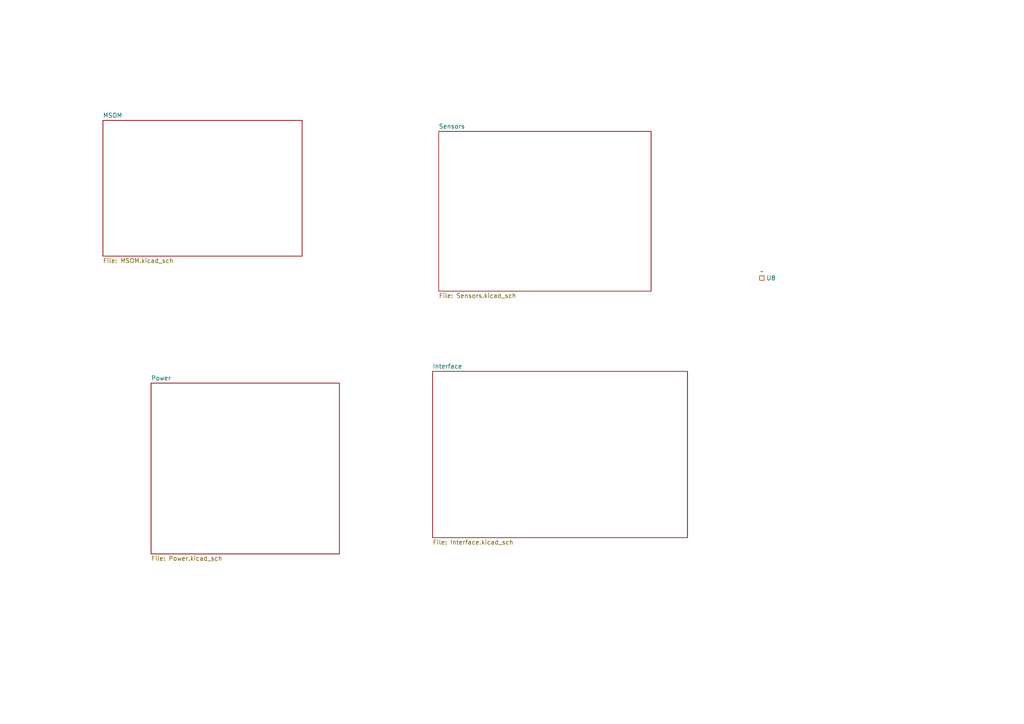
<source format=kicad_sch>
(kicad_sch (version 20230121) (generator eeschema)

  (uuid ae7f5ce8-0a63-454d-964e-61f58abd8560)

  (paper "A4")

  (lib_symbols
    (symbol "kiCadLib:ENCLOSURE" (in_bom yes) (on_board yes)
      (property "Reference" "U" (at 0.635 2.54 0)
        (effects (font (size 1.27 1.27)))
      )
      (property "Value" "" (at 0.635 2.54 0)
        (effects (font (size 1.27 1.27)))
      )
      (property "Footprint" "" (at 0.635 2.54 0)
        (effects (font (size 1.27 1.27)) hide)
      )
      (property "Datasheet" "" (at 0.635 2.54 0)
        (effects (font (size 1.27 1.27)) hide)
      )
      (symbol "ENCLOSURE_1_1"
        (rectangle (start 0 1.27) (end 1.27 0)
          (stroke (width 0) (type default))
          (fill (type background))
        )
      )
    )
  )


  (symbol (lib_id "kiCadLib:ENCLOSURE") (at 220.345 81.28 0) (unit 1)
    (in_bom yes) (on_board yes) (dnp no) (fields_autoplaced)
    (uuid a08a0163-5dc2-4137-a540-aa7e119357e0)
    (property "Reference" "U8" (at 222.25 80.645 0)
      (effects (font (size 1.27 1.27)) (justify left))
    )
    (property "Value" "~" (at 220.98 78.74 0)
      (effects (font (size 1.27 1.27)))
    )
    (property "Footprint" "kiCadPcbLib:ENCLOSURE" (at 220.98 78.74 0)
      (effects (font (size 1.27 1.27)) hide)
    )
    (property "Datasheet" "" (at 220.98 78.74 0)
      (effects (font (size 1.27 1.27)) hide)
    )
    (instances
      (project "power_monitor_v0.1"
        (path "/ae7f5ce8-0a63-454d-964e-61f58abd8560"
          (reference "U8") (unit 1)
        )
      )
    )
  )

  (sheet (at 127.254 38.1) (size 61.595 46.355) (fields_autoplaced)
    (stroke (width 0.1524) (type solid))
    (fill (color 0 0 0 0.0000))
    (uuid 0be5e7ce-0e12-4c9a-8c0b-d1d2070a8897)
    (property "Sheetname" "Sensors" (at 127.254 37.3884 0)
      (effects (font (size 1.27 1.27)) (justify left bottom))
    )
    (property "Sheetfile" "Sensors.kicad_sch" (at 127.254 85.0396 0)
      (effects (font (size 1.27 1.27)) (justify left top))
    )
    (instances
      (project "power_monitor_v0.1"
        (path "/ae7f5ce8-0a63-454d-964e-61f58abd8560" (page "3"))
      )
    )
  )

  (sheet (at 43.815 111.125) (size 54.61 49.53) (fields_autoplaced)
    (stroke (width 0.1524) (type solid))
    (fill (color 0 0 0 0.0000))
    (uuid 5e0e5815-b3dd-4c68-ad8c-26eb2a892c76)
    (property "Sheetname" "Power" (at 43.815 110.4134 0)
      (effects (font (size 1.27 1.27)) (justify left bottom))
    )
    (property "Sheetfile" "Power.kicad_sch" (at 43.815 161.2396 0)
      (effects (font (size 1.27 1.27)) (justify left top))
    )
    (instances
      (project "power_monitor_v0.1"
        (path "/ae7f5ce8-0a63-454d-964e-61f58abd8560" (page "4"))
      )
    )
  )

  (sheet (at 125.476 107.696) (size 73.914 48.26) (fields_autoplaced)
    (stroke (width 0.1524) (type solid))
    (fill (color 0 0 0 0.0000))
    (uuid 5e5b3ddd-41b6-49c6-ba53-8f20744068ab)
    (property "Sheetname" "Interface" (at 125.476 106.9844 0)
      (effects (font (size 1.27 1.27)) (justify left bottom))
    )
    (property "Sheetfile" "Interface.kicad_sch" (at 125.476 156.5406 0)
      (effects (font (size 1.27 1.27)) (justify left top))
    )
    (instances
      (project "power_monitor_v0.1"
        (path "/ae7f5ce8-0a63-454d-964e-61f58abd8560" (page "5"))
      )
    )
  )

  (sheet (at 29.845 34.925) (size 57.785 39.37) (fields_autoplaced)
    (stroke (width 0.1524) (type solid))
    (fill (color 0 0 0 0.0000))
    (uuid b9accc67-530c-4568-93e5-61bdd713ced9)
    (property "Sheetname" "MSOM" (at 29.845 34.2134 0)
      (effects (font (size 1.27 1.27)) (justify left bottom))
    )
    (property "Sheetfile" "MSOM.kicad_sch" (at 29.845 74.8796 0)
      (effects (font (size 1.27 1.27)) (justify left top))
    )
    (instances
      (project "power_monitor_v0.1"
        (path "/ae7f5ce8-0a63-454d-964e-61f58abd8560" (page "2"))
      )
    )
  )

  (sheet_instances
    (path "/" (page "1"))
  )
)

</source>
